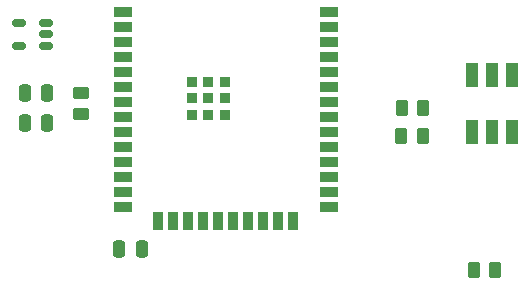
<source format=gbr>
%TF.GenerationSoftware,KiCad,Pcbnew,(6.0.2)*%
%TF.CreationDate,2022-04-12T11:14:46+02:00*%
%TF.ProjectId,pcb,7063622e-6b69-4636-9164-5f7063625858,rev?*%
%TF.SameCoordinates,Original*%
%TF.FileFunction,Paste,Top*%
%TF.FilePolarity,Positive*%
%FSLAX46Y46*%
G04 Gerber Fmt 4.6, Leading zero omitted, Abs format (unit mm)*
G04 Created by KiCad (PCBNEW (6.0.2)) date 2022-04-12 11:14:46*
%MOMM*%
%LPD*%
G01*
G04 APERTURE LIST*
G04 Aperture macros list*
%AMRoundRect*
0 Rectangle with rounded corners*
0 $1 Rounding radius*
0 $2 $3 $4 $5 $6 $7 $8 $9 X,Y pos of 4 corners*
0 Add a 4 corners polygon primitive as box body*
4,1,4,$2,$3,$4,$5,$6,$7,$8,$9,$2,$3,0*
0 Add four circle primitives for the rounded corners*
1,1,$1+$1,$2,$3*
1,1,$1+$1,$4,$5*
1,1,$1+$1,$6,$7*
1,1,$1+$1,$8,$9*
0 Add four rect primitives between the rounded corners*
20,1,$1+$1,$2,$3,$4,$5,0*
20,1,$1+$1,$4,$5,$6,$7,0*
20,1,$1+$1,$6,$7,$8,$9,0*
20,1,$1+$1,$8,$9,$2,$3,0*%
G04 Aperture macros list end*
%ADD10RoundRect,0.180000X-0.390000X0.120000X-0.390000X-0.120000X0.390000X-0.120000X0.390000X0.120000X0*%
%ADD11RoundRect,0.250000X-0.250000X-0.475000X0.250000X-0.475000X0.250000X0.475000X-0.250000X0.475000X0*%
%ADD12R,1.500000X0.900000*%
%ADD13R,0.900000X1.500000*%
%ADD14R,0.900000X0.900000*%
%ADD15RoundRect,0.250000X0.250000X0.475000X-0.250000X0.475000X-0.250000X-0.475000X0.250000X-0.475000X0*%
%ADD16R,1.100000X2.000000*%
%ADD17RoundRect,0.250000X0.262500X0.450000X-0.262500X0.450000X-0.262500X-0.450000X0.262500X-0.450000X0*%
%ADD18RoundRect,0.250000X0.450000X-0.262500X0.450000X0.262500X-0.450000X0.262500X-0.450000X-0.262500X0*%
G04 APERTURE END LIST*
D10*
%TO.C,U3*%
X148206000Y-60767000D03*
X148206000Y-59817000D03*
X148206000Y-58867000D03*
X145926000Y-58867000D03*
X145926000Y-60767000D03*
%TD*%
D11*
%TO.C,C2*%
X146370000Y-64770000D03*
X148270000Y-64770000D03*
%TD*%
%TO.C,C3*%
X146370000Y-67310000D03*
X148270000Y-67310000D03*
%TD*%
D12*
%TO.C,U1*%
X154657500Y-57888000D03*
X154657500Y-59158000D03*
X154657500Y-60428000D03*
X154657500Y-61698000D03*
X154657500Y-62968000D03*
X154657500Y-64238000D03*
X154657500Y-65508000D03*
X154657500Y-66778000D03*
X154657500Y-68048000D03*
X154657500Y-69318000D03*
X154657500Y-70588000D03*
X154657500Y-71858000D03*
X154657500Y-73128000D03*
X154657500Y-74398000D03*
D13*
X157697500Y-75648000D03*
X158967500Y-75648000D03*
X160237500Y-75648000D03*
X161507500Y-75648000D03*
X162777500Y-75648000D03*
X164047500Y-75648000D03*
X165317500Y-75648000D03*
X166587500Y-75648000D03*
X167857500Y-75648000D03*
X169127500Y-75648000D03*
D12*
X172157500Y-74398000D03*
X172157500Y-73128000D03*
X172157500Y-71858000D03*
X172157500Y-70588000D03*
X172157500Y-69318000D03*
X172157500Y-68048000D03*
X172157500Y-66778000D03*
X172157500Y-65508000D03*
X172157500Y-64238000D03*
X172157500Y-62968000D03*
X172157500Y-61698000D03*
X172157500Y-60428000D03*
X172157500Y-59158000D03*
X172157500Y-57888000D03*
D14*
X160507500Y-63828000D03*
X161907500Y-63828000D03*
X163307500Y-63828000D03*
X160507500Y-65228000D03*
X161907500Y-65228000D03*
X163307500Y-65228000D03*
X160507500Y-66628000D03*
X161907500Y-66628000D03*
X163307500Y-66628000D03*
%TD*%
D15*
%TO.C,C1*%
X156271000Y-77978000D03*
X154371000Y-77978000D03*
%TD*%
D16*
%TO.C,D1*%
X187628000Y-63259000D03*
X185928000Y-63259000D03*
X184228000Y-63259000D03*
X184228000Y-68059000D03*
X185928000Y-68059000D03*
X187628000Y-68059000D03*
%TD*%
D17*
%TO.C,R3*%
X180109500Y-66040000D03*
X178284500Y-66040000D03*
%TD*%
%TO.C,R2*%
X180086000Y-68453000D03*
X178261000Y-68453000D03*
%TD*%
D18*
%TO.C,R4*%
X151130000Y-66571500D03*
X151130000Y-64746500D03*
%TD*%
D17*
%TO.C,R1*%
X186205500Y-79756000D03*
X184380500Y-79756000D03*
%TD*%
M02*

</source>
